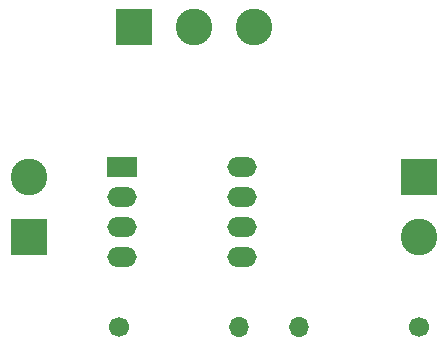
<source format=gbr>
G04 #@! TF.GenerationSoftware,KiCad,Pcbnew,(5.1.6)-1*
G04 #@! TF.CreationDate,2020-07-25T12:53:59+02:00*
G04 #@! TF.ProjectId,kiCad,6b694361-642e-46b6-9963-61645f706362,rev?*
G04 #@! TF.SameCoordinates,Original*
G04 #@! TF.FileFunction,Soldermask,Bot*
G04 #@! TF.FilePolarity,Negative*
%FSLAX46Y46*%
G04 Gerber Fmt 4.6, Leading zero omitted, Abs format (unit mm)*
G04 Created by KiCad (PCBNEW (5.1.6)-1) date 2020-07-25 12:53:59*
%MOMM*%
%LPD*%
G01*
G04 APERTURE LIST*
%ADD10R,3.100000X3.100000*%
%ADD11C,3.100000*%
%ADD12O,1.700000X1.700000*%
%ADD13C,1.700000*%
%ADD14R,2.500000X1.700000*%
%ADD15O,2.500000X1.700000*%
G04 APERTURE END LIST*
D10*
X83820000Y-62230000D03*
D11*
X88900000Y-62230000D03*
X93980000Y-62230000D03*
X74930000Y-74930000D03*
D10*
X74930000Y-80010000D03*
X107950000Y-74930000D03*
D11*
X107950000Y-80010000D03*
D12*
X97790000Y-87630000D03*
D13*
X107950000Y-87630000D03*
X82550000Y-87630000D03*
D12*
X92710000Y-87630000D03*
D14*
X82805001Y-74125001D03*
D15*
X92965001Y-81745001D03*
X82805001Y-76665001D03*
X92965001Y-79205001D03*
X82805001Y-79205001D03*
X92965001Y-76665001D03*
X82805001Y-81745001D03*
X92965001Y-74125001D03*
M02*

</source>
